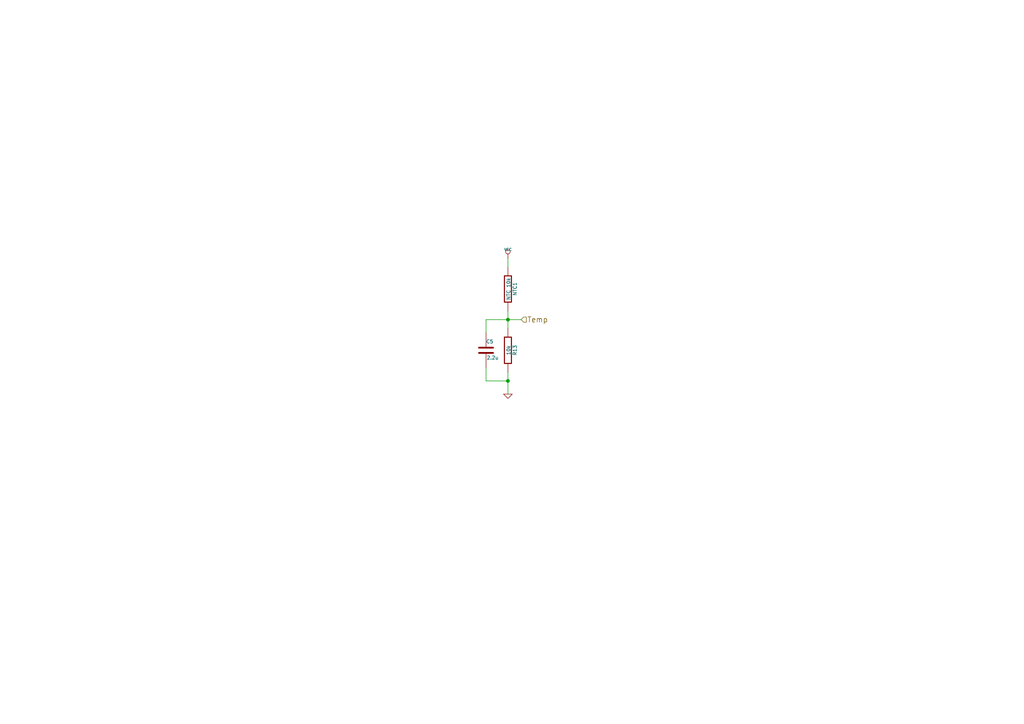
<source format=kicad_sch>
(kicad_sch (version 20231120) (generator "eeschema") (generator_version "8.0")
  (paper "A4")
  (title_block (title "Cheap FOCer 2") (date "2020-04-08") (rev "0.9") (company "Shaman Systems") (comment 1 "Root") (comment 4 "Top level"))
  (lib_symbols
    (symbol "BLDC_4-rescue:C-RESCUE-BLDC_4" (pin_numbers hide) (pin_names (offset 0.254))
      (property "Reference" "C" (at 0 2.54 0))
      (property "Value" "C-RESCUE-BLDC_4" (at 0.1524 -2.159 0))
      (symbol "C-RESCUE-BLDC_4_0_1"
        (polyline (pts (xy -2.032 -0.762) (xy 2.032 -0.762)) (stroke (width 0.508)))
        (polyline (pts (xy -2.032 0.762) (xy 2.032 0.762)) (stroke (width 0.508)))
      )
      (symbol "C-RESCUE-BLDC_4_1_1"
        (pin passive line (at 0 5.08 270) (length 4.318) (name "~") (number "1"))
        (pin passive line (at 0 -5.08 90) (length 4.318) (name "~") (number "2"))
      )
    )
    (symbol "BLDC_4-rescue:GND-RESCUE-BLDC_4" (power) (pin_names (offset 0))
      (symbol "GND-RESCUE-BLDC_4_0_1"
        (polyline (pts (xy -1.27 0) (xy 0 -1.27) (xy 1.27 0) (xy -1.27 0)))
      )
      (symbol "GND-RESCUE-BLDC_4_1_1"
        (pin power_in line (at 0 0 90) (length 0) hide (name "GND") (number "1"))
      )
    )
    (symbol "BLDC_4-rescue:R-RESCUE-BLDC_4" (pin_numbers hide) (pin_names (offset 0))
      (property "Reference" "R" (at 2.032 0 90))
      (property "Value" "R-RESCUE-BLDC_4" (at 0.1778 0.0254 90))
      (symbol "R-RESCUE-BLDC_4_0_1"
        (rectangle (start -1.016 3.81) (end 1.016 -3.81) (stroke (width 0.3048)))
      )
      (symbol "R-RESCUE-BLDC_4_1_1"
        (pin passive line (at 0 6.35 270) (length 2.54) (name "~") (number "1"))
        (pin passive line (at 0 -6.35 90) (length 2.54) (name "~") (number "2"))
      )
    )
    (symbol "BLDC_4-rescue:VCC" (power) (pin_names (offset 0))
      (property "Value" "VCC" (at 0 3.81 0))
      (symbol "VCC_0_1"
        (polyline (pts (xy 0 0) (xy 0 1.27)))
        (circle (center 0 1.905) (radius 0.635))
      )
      (symbol "VCC_1_1"
        (pin power_in line (at 0 0 90) (length 0) hide (name "VCC") (number "1"))
      )
    )
  )
  (junction (at 147.32 110.49))
  (junction (at 147.32 92.71))
  (wire (pts (xy 147.32 110.49) (xy 147.32 114.3)))
  (wire (pts (xy 147.32 74.93) (xy 147.32 77.47)))
  (wire (pts (xy 140.97 110.49) (xy 147.32 110.49)))
  (wire (pts (xy 147.32 107.95) (xy 147.32 110.49)))
  (wire (pts (xy 147.32 92.71) (xy 151.13 92.71)))
  (wire (pts (xy 147.32 90.17) (xy 147.32 92.71)))
  (wire (pts (xy 140.97 106.68) (xy 140.97 110.49)))
  (wire (pts (xy 140.97 92.71) (xy 147.32 92.71)))
  (wire (pts (xy 140.97 92.71) (xy 140.97 96.52)))
  (wire (pts (xy 147.32 92.71) (xy 147.32 95.25)))
  (hierarchical_label "Temp" (shape input) (at 151.13 92.71 0) (effects (font (size 1.524 1.524))))
  (symbol (lib_id "BLDC_4-rescue:R-RESCUE-BLDC_4") (at 147.32 83.82 0) (unit 1)
    (property "Reference" "NTC1" (at 149.352 83.82 90) (effects (font (size 1.016 1.016))))
    (property "Value" "NTC 10k" (at 147.4978 83.7946 90) (effects (font (size 1.016 1.016))))
    (property "Footprint" "Resistor_SMD:R_0603_1608Metric" (effects (hide yes)))
  )
  (symbol (lib_id "BLDC_4-rescue:R-RESCUE-BLDC_4") (at 147.32 101.6 0) (unit 1)
    (property "Reference" "R13" (at 149.352 101.6 90) (effects (font (size 1.016 1.016))))
    (property "Value" "10k" (at 147.4978 101.5746 90) (effects (font (size 1.016 1.016))))
    (property "Footprint" "Resistor_SMD:R_0603_1608Metric" (effects (hide yes)))
  )
  (symbol (lib_id "BLDC_4-rescue:C-RESCUE-BLDC_4") (at 140.97 101.6 0) (unit 1)
    (property "Reference" "C5" (at 140.97 99.06 0) (effects (font (size 1.016 1.016)) (justify left)))
    (property "Value" "2.2u" (at 141.1224 103.759 0) (effects (font (size 1.016 1.016)) (justify left)))
    (property "Footprint" "Capacitor_SMD:C_0603_1608Metric" (effects (hide yes)))
  )
  (symbol (lib_id "BLDC_4-rescue:VCC") (at 147.32 74.93 0) (unit 1)
    (property "Reference" "#PWR021" (effects (hide yes)))
    (property "Value" "VCC" (at 147.32 72.39 0) (effects (font (size 0.762 0.762))))
  )
  (symbol (lib_id "BLDC_4-rescue:GND-RESCUE-BLDC_4") (at 147.32 114.3 0) (unit 1)
    (property "Reference" "#PWR022" (effects (hide yes)))
    (property "Value" "GND" (effects (hide yes)))
  )
)
</source>
